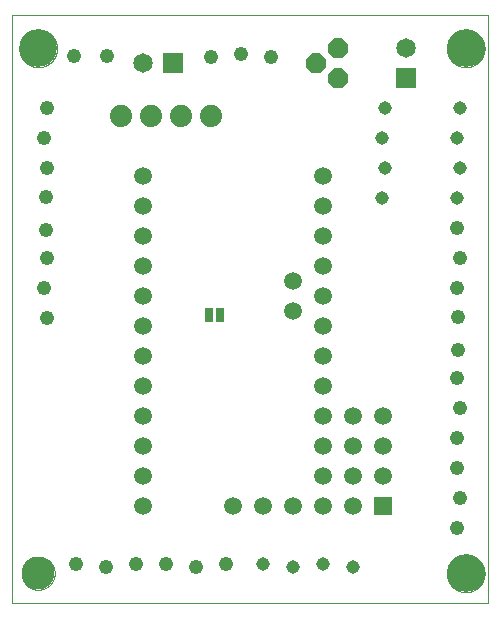
<source format=gts>
G75*
%MOIN*%
%OFA0B0*%
%FSLAX25Y25*%
%IPPOS*%
%LPD*%
%AMOC8*
5,1,8,0,0,1.08239X$1,22.5*
%
%ADD10C,0.00000*%
%ADD11C,0.11024*%
%ADD12C,0.12598*%
%ADD13R,0.06500X0.06500*%
%ADD14C,0.06500*%
%ADD15OC8,0.06600*%
%ADD16C,0.04800*%
%ADD17C,0.04507*%
%ADD18C,0.05906*%
%ADD19R,0.05906X0.05906*%
%ADD20C,0.07400*%
%ADD21R,0.02500X0.05000*%
D10*
X0073845Y0002513D02*
X0073845Y0198723D01*
X0073845Y0198724D02*
X0073840Y0198731D01*
X0073837Y0198739D01*
X0073837Y0198747D01*
X0073840Y0198755D01*
X0073845Y0198762D01*
X0073845Y0198763D02*
X0232507Y0198763D01*
X0232507Y0198762D02*
X0232517Y0198761D01*
X0232527Y0198757D01*
X0232535Y0198751D01*
X0232541Y0198743D01*
X0232545Y0198733D01*
X0232546Y0198723D01*
X0232546Y0002513D01*
X0232595Y0002513D01*
X0232596Y0002513D02*
X0232589Y0002519D01*
X0232580Y0002524D01*
X0232571Y0002525D01*
X0232562Y0002524D01*
X0232553Y0002519D01*
X0232546Y0002513D01*
X0073845Y0002513D01*
X0077083Y0012513D02*
X0077085Y0012661D01*
X0077091Y0012809D01*
X0077101Y0012957D01*
X0077115Y0013104D01*
X0077133Y0013251D01*
X0077154Y0013397D01*
X0077180Y0013543D01*
X0077210Y0013688D01*
X0077243Y0013832D01*
X0077281Y0013975D01*
X0077322Y0014117D01*
X0077367Y0014258D01*
X0077415Y0014398D01*
X0077468Y0014537D01*
X0077524Y0014674D01*
X0077584Y0014809D01*
X0077647Y0014943D01*
X0077714Y0015075D01*
X0077785Y0015205D01*
X0077859Y0015333D01*
X0077936Y0015459D01*
X0078017Y0015583D01*
X0078101Y0015705D01*
X0078188Y0015824D01*
X0078279Y0015941D01*
X0078373Y0016056D01*
X0078469Y0016168D01*
X0078569Y0016278D01*
X0078671Y0016384D01*
X0078777Y0016488D01*
X0078885Y0016589D01*
X0078996Y0016687D01*
X0079109Y0016783D01*
X0079225Y0016875D01*
X0079343Y0016964D01*
X0079464Y0017049D01*
X0079587Y0017132D01*
X0079712Y0017211D01*
X0079839Y0017287D01*
X0079968Y0017359D01*
X0080099Y0017428D01*
X0080232Y0017493D01*
X0080367Y0017554D01*
X0080503Y0017612D01*
X0080640Y0017667D01*
X0080779Y0017717D01*
X0080920Y0017764D01*
X0081061Y0017807D01*
X0081204Y0017847D01*
X0081348Y0017882D01*
X0081492Y0017914D01*
X0081638Y0017941D01*
X0081784Y0017965D01*
X0081931Y0017985D01*
X0082078Y0018001D01*
X0082225Y0018013D01*
X0082373Y0018021D01*
X0082521Y0018025D01*
X0082669Y0018025D01*
X0082817Y0018021D01*
X0082965Y0018013D01*
X0083112Y0018001D01*
X0083259Y0017985D01*
X0083406Y0017965D01*
X0083552Y0017941D01*
X0083698Y0017914D01*
X0083842Y0017882D01*
X0083986Y0017847D01*
X0084129Y0017807D01*
X0084270Y0017764D01*
X0084411Y0017717D01*
X0084550Y0017667D01*
X0084687Y0017612D01*
X0084823Y0017554D01*
X0084958Y0017493D01*
X0085091Y0017428D01*
X0085222Y0017359D01*
X0085351Y0017287D01*
X0085478Y0017211D01*
X0085603Y0017132D01*
X0085726Y0017049D01*
X0085847Y0016964D01*
X0085965Y0016875D01*
X0086081Y0016783D01*
X0086194Y0016687D01*
X0086305Y0016589D01*
X0086413Y0016488D01*
X0086519Y0016384D01*
X0086621Y0016278D01*
X0086721Y0016168D01*
X0086817Y0016056D01*
X0086911Y0015941D01*
X0087002Y0015824D01*
X0087089Y0015705D01*
X0087173Y0015583D01*
X0087254Y0015459D01*
X0087331Y0015333D01*
X0087405Y0015205D01*
X0087476Y0015075D01*
X0087543Y0014943D01*
X0087606Y0014809D01*
X0087666Y0014674D01*
X0087722Y0014537D01*
X0087775Y0014398D01*
X0087823Y0014258D01*
X0087868Y0014117D01*
X0087909Y0013975D01*
X0087947Y0013832D01*
X0087980Y0013688D01*
X0088010Y0013543D01*
X0088036Y0013397D01*
X0088057Y0013251D01*
X0088075Y0013104D01*
X0088089Y0012957D01*
X0088099Y0012809D01*
X0088105Y0012661D01*
X0088107Y0012513D01*
X0088105Y0012365D01*
X0088099Y0012217D01*
X0088089Y0012069D01*
X0088075Y0011922D01*
X0088057Y0011775D01*
X0088036Y0011629D01*
X0088010Y0011483D01*
X0087980Y0011338D01*
X0087947Y0011194D01*
X0087909Y0011051D01*
X0087868Y0010909D01*
X0087823Y0010768D01*
X0087775Y0010628D01*
X0087722Y0010489D01*
X0087666Y0010352D01*
X0087606Y0010217D01*
X0087543Y0010083D01*
X0087476Y0009951D01*
X0087405Y0009821D01*
X0087331Y0009693D01*
X0087254Y0009567D01*
X0087173Y0009443D01*
X0087089Y0009321D01*
X0087002Y0009202D01*
X0086911Y0009085D01*
X0086817Y0008970D01*
X0086721Y0008858D01*
X0086621Y0008748D01*
X0086519Y0008642D01*
X0086413Y0008538D01*
X0086305Y0008437D01*
X0086194Y0008339D01*
X0086081Y0008243D01*
X0085965Y0008151D01*
X0085847Y0008062D01*
X0085726Y0007977D01*
X0085603Y0007894D01*
X0085478Y0007815D01*
X0085351Y0007739D01*
X0085222Y0007667D01*
X0085091Y0007598D01*
X0084958Y0007533D01*
X0084823Y0007472D01*
X0084687Y0007414D01*
X0084550Y0007359D01*
X0084411Y0007309D01*
X0084270Y0007262D01*
X0084129Y0007219D01*
X0083986Y0007179D01*
X0083842Y0007144D01*
X0083698Y0007112D01*
X0083552Y0007085D01*
X0083406Y0007061D01*
X0083259Y0007041D01*
X0083112Y0007025D01*
X0082965Y0007013D01*
X0082817Y0007005D01*
X0082669Y0007001D01*
X0082521Y0007001D01*
X0082373Y0007005D01*
X0082225Y0007013D01*
X0082078Y0007025D01*
X0081931Y0007041D01*
X0081784Y0007061D01*
X0081638Y0007085D01*
X0081492Y0007112D01*
X0081348Y0007144D01*
X0081204Y0007179D01*
X0081061Y0007219D01*
X0080920Y0007262D01*
X0080779Y0007309D01*
X0080640Y0007359D01*
X0080503Y0007414D01*
X0080367Y0007472D01*
X0080232Y0007533D01*
X0080099Y0007598D01*
X0079968Y0007667D01*
X0079839Y0007739D01*
X0079712Y0007815D01*
X0079587Y0007894D01*
X0079464Y0007977D01*
X0079343Y0008062D01*
X0079225Y0008151D01*
X0079109Y0008243D01*
X0078996Y0008339D01*
X0078885Y0008437D01*
X0078777Y0008538D01*
X0078671Y0008642D01*
X0078569Y0008748D01*
X0078469Y0008858D01*
X0078373Y0008970D01*
X0078279Y0009085D01*
X0078188Y0009202D01*
X0078101Y0009321D01*
X0078017Y0009443D01*
X0077936Y0009567D01*
X0077859Y0009693D01*
X0077785Y0009821D01*
X0077714Y0009951D01*
X0077647Y0010083D01*
X0077584Y0010217D01*
X0077524Y0010352D01*
X0077468Y0010489D01*
X0077415Y0010628D01*
X0077367Y0010768D01*
X0077322Y0010909D01*
X0077281Y0011051D01*
X0077243Y0011194D01*
X0077210Y0011338D01*
X0077180Y0011483D01*
X0077154Y0011629D01*
X0077133Y0011775D01*
X0077115Y0011922D01*
X0077101Y0012069D01*
X0077091Y0012217D01*
X0077085Y0012365D01*
X0077083Y0012513D01*
X0218796Y0012513D02*
X0218798Y0012671D01*
X0218804Y0012829D01*
X0218814Y0012987D01*
X0218828Y0013145D01*
X0218846Y0013302D01*
X0218867Y0013459D01*
X0218893Y0013615D01*
X0218923Y0013771D01*
X0218956Y0013926D01*
X0218994Y0014079D01*
X0219035Y0014232D01*
X0219080Y0014384D01*
X0219129Y0014535D01*
X0219182Y0014684D01*
X0219238Y0014832D01*
X0219298Y0014978D01*
X0219362Y0015123D01*
X0219430Y0015266D01*
X0219501Y0015408D01*
X0219575Y0015548D01*
X0219653Y0015685D01*
X0219735Y0015821D01*
X0219819Y0015955D01*
X0219908Y0016086D01*
X0219999Y0016215D01*
X0220094Y0016342D01*
X0220191Y0016467D01*
X0220292Y0016589D01*
X0220396Y0016708D01*
X0220503Y0016825D01*
X0220613Y0016939D01*
X0220726Y0017050D01*
X0220841Y0017159D01*
X0220959Y0017264D01*
X0221080Y0017366D01*
X0221203Y0017466D01*
X0221329Y0017562D01*
X0221457Y0017655D01*
X0221587Y0017745D01*
X0221720Y0017831D01*
X0221855Y0017915D01*
X0221991Y0017994D01*
X0222130Y0018071D01*
X0222271Y0018143D01*
X0222413Y0018213D01*
X0222557Y0018278D01*
X0222703Y0018340D01*
X0222850Y0018398D01*
X0222999Y0018453D01*
X0223149Y0018504D01*
X0223300Y0018551D01*
X0223452Y0018594D01*
X0223605Y0018633D01*
X0223760Y0018669D01*
X0223915Y0018700D01*
X0224071Y0018728D01*
X0224227Y0018752D01*
X0224384Y0018772D01*
X0224542Y0018788D01*
X0224699Y0018800D01*
X0224858Y0018808D01*
X0225016Y0018812D01*
X0225174Y0018812D01*
X0225332Y0018808D01*
X0225491Y0018800D01*
X0225648Y0018788D01*
X0225806Y0018772D01*
X0225963Y0018752D01*
X0226119Y0018728D01*
X0226275Y0018700D01*
X0226430Y0018669D01*
X0226585Y0018633D01*
X0226738Y0018594D01*
X0226890Y0018551D01*
X0227041Y0018504D01*
X0227191Y0018453D01*
X0227340Y0018398D01*
X0227487Y0018340D01*
X0227633Y0018278D01*
X0227777Y0018213D01*
X0227919Y0018143D01*
X0228060Y0018071D01*
X0228199Y0017994D01*
X0228335Y0017915D01*
X0228470Y0017831D01*
X0228603Y0017745D01*
X0228733Y0017655D01*
X0228861Y0017562D01*
X0228987Y0017466D01*
X0229110Y0017366D01*
X0229231Y0017264D01*
X0229349Y0017159D01*
X0229464Y0017050D01*
X0229577Y0016939D01*
X0229687Y0016825D01*
X0229794Y0016708D01*
X0229898Y0016589D01*
X0229999Y0016467D01*
X0230096Y0016342D01*
X0230191Y0016215D01*
X0230282Y0016086D01*
X0230371Y0015955D01*
X0230455Y0015821D01*
X0230537Y0015685D01*
X0230615Y0015548D01*
X0230689Y0015408D01*
X0230760Y0015266D01*
X0230828Y0015123D01*
X0230892Y0014978D01*
X0230952Y0014832D01*
X0231008Y0014684D01*
X0231061Y0014535D01*
X0231110Y0014384D01*
X0231155Y0014232D01*
X0231196Y0014079D01*
X0231234Y0013926D01*
X0231267Y0013771D01*
X0231297Y0013615D01*
X0231323Y0013459D01*
X0231344Y0013302D01*
X0231362Y0013145D01*
X0231376Y0012987D01*
X0231386Y0012829D01*
X0231392Y0012671D01*
X0231394Y0012513D01*
X0231392Y0012355D01*
X0231386Y0012197D01*
X0231376Y0012039D01*
X0231362Y0011881D01*
X0231344Y0011724D01*
X0231323Y0011567D01*
X0231297Y0011411D01*
X0231267Y0011255D01*
X0231234Y0011100D01*
X0231196Y0010947D01*
X0231155Y0010794D01*
X0231110Y0010642D01*
X0231061Y0010491D01*
X0231008Y0010342D01*
X0230952Y0010194D01*
X0230892Y0010048D01*
X0230828Y0009903D01*
X0230760Y0009760D01*
X0230689Y0009618D01*
X0230615Y0009478D01*
X0230537Y0009341D01*
X0230455Y0009205D01*
X0230371Y0009071D01*
X0230282Y0008940D01*
X0230191Y0008811D01*
X0230096Y0008684D01*
X0229999Y0008559D01*
X0229898Y0008437D01*
X0229794Y0008318D01*
X0229687Y0008201D01*
X0229577Y0008087D01*
X0229464Y0007976D01*
X0229349Y0007867D01*
X0229231Y0007762D01*
X0229110Y0007660D01*
X0228987Y0007560D01*
X0228861Y0007464D01*
X0228733Y0007371D01*
X0228603Y0007281D01*
X0228470Y0007195D01*
X0228335Y0007111D01*
X0228199Y0007032D01*
X0228060Y0006955D01*
X0227919Y0006883D01*
X0227777Y0006813D01*
X0227633Y0006748D01*
X0227487Y0006686D01*
X0227340Y0006628D01*
X0227191Y0006573D01*
X0227041Y0006522D01*
X0226890Y0006475D01*
X0226738Y0006432D01*
X0226585Y0006393D01*
X0226430Y0006357D01*
X0226275Y0006326D01*
X0226119Y0006298D01*
X0225963Y0006274D01*
X0225806Y0006254D01*
X0225648Y0006238D01*
X0225491Y0006226D01*
X0225332Y0006218D01*
X0225174Y0006214D01*
X0225016Y0006214D01*
X0224858Y0006218D01*
X0224699Y0006226D01*
X0224542Y0006238D01*
X0224384Y0006254D01*
X0224227Y0006274D01*
X0224071Y0006298D01*
X0223915Y0006326D01*
X0223760Y0006357D01*
X0223605Y0006393D01*
X0223452Y0006432D01*
X0223300Y0006475D01*
X0223149Y0006522D01*
X0222999Y0006573D01*
X0222850Y0006628D01*
X0222703Y0006686D01*
X0222557Y0006748D01*
X0222413Y0006813D01*
X0222271Y0006883D01*
X0222130Y0006955D01*
X0221991Y0007032D01*
X0221855Y0007111D01*
X0221720Y0007195D01*
X0221587Y0007281D01*
X0221457Y0007371D01*
X0221329Y0007464D01*
X0221203Y0007560D01*
X0221080Y0007660D01*
X0220959Y0007762D01*
X0220841Y0007867D01*
X0220726Y0007976D01*
X0220613Y0008087D01*
X0220503Y0008201D01*
X0220396Y0008318D01*
X0220292Y0008437D01*
X0220191Y0008559D01*
X0220094Y0008684D01*
X0219999Y0008811D01*
X0219908Y0008940D01*
X0219819Y0009071D01*
X0219735Y0009205D01*
X0219653Y0009341D01*
X0219575Y0009478D01*
X0219501Y0009618D01*
X0219430Y0009760D01*
X0219362Y0009903D01*
X0219298Y0010048D01*
X0219238Y0010194D01*
X0219182Y0010342D01*
X0219129Y0010491D01*
X0219080Y0010642D01*
X0219035Y0010794D01*
X0218994Y0010947D01*
X0218956Y0011100D01*
X0218923Y0011255D01*
X0218893Y0011411D01*
X0218867Y0011567D01*
X0218846Y0011724D01*
X0218828Y0011881D01*
X0218814Y0012039D01*
X0218804Y0012197D01*
X0218798Y0012355D01*
X0218796Y0012513D01*
X0218796Y0187513D02*
X0218798Y0187671D01*
X0218804Y0187829D01*
X0218814Y0187987D01*
X0218828Y0188145D01*
X0218846Y0188302D01*
X0218867Y0188459D01*
X0218893Y0188615D01*
X0218923Y0188771D01*
X0218956Y0188926D01*
X0218994Y0189079D01*
X0219035Y0189232D01*
X0219080Y0189384D01*
X0219129Y0189535D01*
X0219182Y0189684D01*
X0219238Y0189832D01*
X0219298Y0189978D01*
X0219362Y0190123D01*
X0219430Y0190266D01*
X0219501Y0190408D01*
X0219575Y0190548D01*
X0219653Y0190685D01*
X0219735Y0190821D01*
X0219819Y0190955D01*
X0219908Y0191086D01*
X0219999Y0191215D01*
X0220094Y0191342D01*
X0220191Y0191467D01*
X0220292Y0191589D01*
X0220396Y0191708D01*
X0220503Y0191825D01*
X0220613Y0191939D01*
X0220726Y0192050D01*
X0220841Y0192159D01*
X0220959Y0192264D01*
X0221080Y0192366D01*
X0221203Y0192466D01*
X0221329Y0192562D01*
X0221457Y0192655D01*
X0221587Y0192745D01*
X0221720Y0192831D01*
X0221855Y0192915D01*
X0221991Y0192994D01*
X0222130Y0193071D01*
X0222271Y0193143D01*
X0222413Y0193213D01*
X0222557Y0193278D01*
X0222703Y0193340D01*
X0222850Y0193398D01*
X0222999Y0193453D01*
X0223149Y0193504D01*
X0223300Y0193551D01*
X0223452Y0193594D01*
X0223605Y0193633D01*
X0223760Y0193669D01*
X0223915Y0193700D01*
X0224071Y0193728D01*
X0224227Y0193752D01*
X0224384Y0193772D01*
X0224542Y0193788D01*
X0224699Y0193800D01*
X0224858Y0193808D01*
X0225016Y0193812D01*
X0225174Y0193812D01*
X0225332Y0193808D01*
X0225491Y0193800D01*
X0225648Y0193788D01*
X0225806Y0193772D01*
X0225963Y0193752D01*
X0226119Y0193728D01*
X0226275Y0193700D01*
X0226430Y0193669D01*
X0226585Y0193633D01*
X0226738Y0193594D01*
X0226890Y0193551D01*
X0227041Y0193504D01*
X0227191Y0193453D01*
X0227340Y0193398D01*
X0227487Y0193340D01*
X0227633Y0193278D01*
X0227777Y0193213D01*
X0227919Y0193143D01*
X0228060Y0193071D01*
X0228199Y0192994D01*
X0228335Y0192915D01*
X0228470Y0192831D01*
X0228603Y0192745D01*
X0228733Y0192655D01*
X0228861Y0192562D01*
X0228987Y0192466D01*
X0229110Y0192366D01*
X0229231Y0192264D01*
X0229349Y0192159D01*
X0229464Y0192050D01*
X0229577Y0191939D01*
X0229687Y0191825D01*
X0229794Y0191708D01*
X0229898Y0191589D01*
X0229999Y0191467D01*
X0230096Y0191342D01*
X0230191Y0191215D01*
X0230282Y0191086D01*
X0230371Y0190955D01*
X0230455Y0190821D01*
X0230537Y0190685D01*
X0230615Y0190548D01*
X0230689Y0190408D01*
X0230760Y0190266D01*
X0230828Y0190123D01*
X0230892Y0189978D01*
X0230952Y0189832D01*
X0231008Y0189684D01*
X0231061Y0189535D01*
X0231110Y0189384D01*
X0231155Y0189232D01*
X0231196Y0189079D01*
X0231234Y0188926D01*
X0231267Y0188771D01*
X0231297Y0188615D01*
X0231323Y0188459D01*
X0231344Y0188302D01*
X0231362Y0188145D01*
X0231376Y0187987D01*
X0231386Y0187829D01*
X0231392Y0187671D01*
X0231394Y0187513D01*
X0231392Y0187355D01*
X0231386Y0187197D01*
X0231376Y0187039D01*
X0231362Y0186881D01*
X0231344Y0186724D01*
X0231323Y0186567D01*
X0231297Y0186411D01*
X0231267Y0186255D01*
X0231234Y0186100D01*
X0231196Y0185947D01*
X0231155Y0185794D01*
X0231110Y0185642D01*
X0231061Y0185491D01*
X0231008Y0185342D01*
X0230952Y0185194D01*
X0230892Y0185048D01*
X0230828Y0184903D01*
X0230760Y0184760D01*
X0230689Y0184618D01*
X0230615Y0184478D01*
X0230537Y0184341D01*
X0230455Y0184205D01*
X0230371Y0184071D01*
X0230282Y0183940D01*
X0230191Y0183811D01*
X0230096Y0183684D01*
X0229999Y0183559D01*
X0229898Y0183437D01*
X0229794Y0183318D01*
X0229687Y0183201D01*
X0229577Y0183087D01*
X0229464Y0182976D01*
X0229349Y0182867D01*
X0229231Y0182762D01*
X0229110Y0182660D01*
X0228987Y0182560D01*
X0228861Y0182464D01*
X0228733Y0182371D01*
X0228603Y0182281D01*
X0228470Y0182195D01*
X0228335Y0182111D01*
X0228199Y0182032D01*
X0228060Y0181955D01*
X0227919Y0181883D01*
X0227777Y0181813D01*
X0227633Y0181748D01*
X0227487Y0181686D01*
X0227340Y0181628D01*
X0227191Y0181573D01*
X0227041Y0181522D01*
X0226890Y0181475D01*
X0226738Y0181432D01*
X0226585Y0181393D01*
X0226430Y0181357D01*
X0226275Y0181326D01*
X0226119Y0181298D01*
X0225963Y0181274D01*
X0225806Y0181254D01*
X0225648Y0181238D01*
X0225491Y0181226D01*
X0225332Y0181218D01*
X0225174Y0181214D01*
X0225016Y0181214D01*
X0224858Y0181218D01*
X0224699Y0181226D01*
X0224542Y0181238D01*
X0224384Y0181254D01*
X0224227Y0181274D01*
X0224071Y0181298D01*
X0223915Y0181326D01*
X0223760Y0181357D01*
X0223605Y0181393D01*
X0223452Y0181432D01*
X0223300Y0181475D01*
X0223149Y0181522D01*
X0222999Y0181573D01*
X0222850Y0181628D01*
X0222703Y0181686D01*
X0222557Y0181748D01*
X0222413Y0181813D01*
X0222271Y0181883D01*
X0222130Y0181955D01*
X0221991Y0182032D01*
X0221855Y0182111D01*
X0221720Y0182195D01*
X0221587Y0182281D01*
X0221457Y0182371D01*
X0221329Y0182464D01*
X0221203Y0182560D01*
X0221080Y0182660D01*
X0220959Y0182762D01*
X0220841Y0182867D01*
X0220726Y0182976D01*
X0220613Y0183087D01*
X0220503Y0183201D01*
X0220396Y0183318D01*
X0220292Y0183437D01*
X0220191Y0183559D01*
X0220094Y0183684D01*
X0219999Y0183811D01*
X0219908Y0183940D01*
X0219819Y0184071D01*
X0219735Y0184205D01*
X0219653Y0184341D01*
X0219575Y0184478D01*
X0219501Y0184618D01*
X0219430Y0184760D01*
X0219362Y0184903D01*
X0219298Y0185048D01*
X0219238Y0185194D01*
X0219182Y0185342D01*
X0219129Y0185491D01*
X0219080Y0185642D01*
X0219035Y0185794D01*
X0218994Y0185947D01*
X0218956Y0186100D01*
X0218923Y0186255D01*
X0218893Y0186411D01*
X0218867Y0186567D01*
X0218846Y0186724D01*
X0218828Y0186881D01*
X0218814Y0187039D01*
X0218804Y0187197D01*
X0218798Y0187355D01*
X0218796Y0187513D01*
X0076296Y0187513D02*
X0076298Y0187671D01*
X0076304Y0187829D01*
X0076314Y0187987D01*
X0076328Y0188145D01*
X0076346Y0188302D01*
X0076367Y0188459D01*
X0076393Y0188615D01*
X0076423Y0188771D01*
X0076456Y0188926D01*
X0076494Y0189079D01*
X0076535Y0189232D01*
X0076580Y0189384D01*
X0076629Y0189535D01*
X0076682Y0189684D01*
X0076738Y0189832D01*
X0076798Y0189978D01*
X0076862Y0190123D01*
X0076930Y0190266D01*
X0077001Y0190408D01*
X0077075Y0190548D01*
X0077153Y0190685D01*
X0077235Y0190821D01*
X0077319Y0190955D01*
X0077408Y0191086D01*
X0077499Y0191215D01*
X0077594Y0191342D01*
X0077691Y0191467D01*
X0077792Y0191589D01*
X0077896Y0191708D01*
X0078003Y0191825D01*
X0078113Y0191939D01*
X0078226Y0192050D01*
X0078341Y0192159D01*
X0078459Y0192264D01*
X0078580Y0192366D01*
X0078703Y0192466D01*
X0078829Y0192562D01*
X0078957Y0192655D01*
X0079087Y0192745D01*
X0079220Y0192831D01*
X0079355Y0192915D01*
X0079491Y0192994D01*
X0079630Y0193071D01*
X0079771Y0193143D01*
X0079913Y0193213D01*
X0080057Y0193278D01*
X0080203Y0193340D01*
X0080350Y0193398D01*
X0080499Y0193453D01*
X0080649Y0193504D01*
X0080800Y0193551D01*
X0080952Y0193594D01*
X0081105Y0193633D01*
X0081260Y0193669D01*
X0081415Y0193700D01*
X0081571Y0193728D01*
X0081727Y0193752D01*
X0081884Y0193772D01*
X0082042Y0193788D01*
X0082199Y0193800D01*
X0082358Y0193808D01*
X0082516Y0193812D01*
X0082674Y0193812D01*
X0082832Y0193808D01*
X0082991Y0193800D01*
X0083148Y0193788D01*
X0083306Y0193772D01*
X0083463Y0193752D01*
X0083619Y0193728D01*
X0083775Y0193700D01*
X0083930Y0193669D01*
X0084085Y0193633D01*
X0084238Y0193594D01*
X0084390Y0193551D01*
X0084541Y0193504D01*
X0084691Y0193453D01*
X0084840Y0193398D01*
X0084987Y0193340D01*
X0085133Y0193278D01*
X0085277Y0193213D01*
X0085419Y0193143D01*
X0085560Y0193071D01*
X0085699Y0192994D01*
X0085835Y0192915D01*
X0085970Y0192831D01*
X0086103Y0192745D01*
X0086233Y0192655D01*
X0086361Y0192562D01*
X0086487Y0192466D01*
X0086610Y0192366D01*
X0086731Y0192264D01*
X0086849Y0192159D01*
X0086964Y0192050D01*
X0087077Y0191939D01*
X0087187Y0191825D01*
X0087294Y0191708D01*
X0087398Y0191589D01*
X0087499Y0191467D01*
X0087596Y0191342D01*
X0087691Y0191215D01*
X0087782Y0191086D01*
X0087871Y0190955D01*
X0087955Y0190821D01*
X0088037Y0190685D01*
X0088115Y0190548D01*
X0088189Y0190408D01*
X0088260Y0190266D01*
X0088328Y0190123D01*
X0088392Y0189978D01*
X0088452Y0189832D01*
X0088508Y0189684D01*
X0088561Y0189535D01*
X0088610Y0189384D01*
X0088655Y0189232D01*
X0088696Y0189079D01*
X0088734Y0188926D01*
X0088767Y0188771D01*
X0088797Y0188615D01*
X0088823Y0188459D01*
X0088844Y0188302D01*
X0088862Y0188145D01*
X0088876Y0187987D01*
X0088886Y0187829D01*
X0088892Y0187671D01*
X0088894Y0187513D01*
X0088892Y0187355D01*
X0088886Y0187197D01*
X0088876Y0187039D01*
X0088862Y0186881D01*
X0088844Y0186724D01*
X0088823Y0186567D01*
X0088797Y0186411D01*
X0088767Y0186255D01*
X0088734Y0186100D01*
X0088696Y0185947D01*
X0088655Y0185794D01*
X0088610Y0185642D01*
X0088561Y0185491D01*
X0088508Y0185342D01*
X0088452Y0185194D01*
X0088392Y0185048D01*
X0088328Y0184903D01*
X0088260Y0184760D01*
X0088189Y0184618D01*
X0088115Y0184478D01*
X0088037Y0184341D01*
X0087955Y0184205D01*
X0087871Y0184071D01*
X0087782Y0183940D01*
X0087691Y0183811D01*
X0087596Y0183684D01*
X0087499Y0183559D01*
X0087398Y0183437D01*
X0087294Y0183318D01*
X0087187Y0183201D01*
X0087077Y0183087D01*
X0086964Y0182976D01*
X0086849Y0182867D01*
X0086731Y0182762D01*
X0086610Y0182660D01*
X0086487Y0182560D01*
X0086361Y0182464D01*
X0086233Y0182371D01*
X0086103Y0182281D01*
X0085970Y0182195D01*
X0085835Y0182111D01*
X0085699Y0182032D01*
X0085560Y0181955D01*
X0085419Y0181883D01*
X0085277Y0181813D01*
X0085133Y0181748D01*
X0084987Y0181686D01*
X0084840Y0181628D01*
X0084691Y0181573D01*
X0084541Y0181522D01*
X0084390Y0181475D01*
X0084238Y0181432D01*
X0084085Y0181393D01*
X0083930Y0181357D01*
X0083775Y0181326D01*
X0083619Y0181298D01*
X0083463Y0181274D01*
X0083306Y0181254D01*
X0083148Y0181238D01*
X0082991Y0181226D01*
X0082832Y0181218D01*
X0082674Y0181214D01*
X0082516Y0181214D01*
X0082358Y0181218D01*
X0082199Y0181226D01*
X0082042Y0181238D01*
X0081884Y0181254D01*
X0081727Y0181274D01*
X0081571Y0181298D01*
X0081415Y0181326D01*
X0081260Y0181357D01*
X0081105Y0181393D01*
X0080952Y0181432D01*
X0080800Y0181475D01*
X0080649Y0181522D01*
X0080499Y0181573D01*
X0080350Y0181628D01*
X0080203Y0181686D01*
X0080057Y0181748D01*
X0079913Y0181813D01*
X0079771Y0181883D01*
X0079630Y0181955D01*
X0079491Y0182032D01*
X0079355Y0182111D01*
X0079220Y0182195D01*
X0079087Y0182281D01*
X0078957Y0182371D01*
X0078829Y0182464D01*
X0078703Y0182560D01*
X0078580Y0182660D01*
X0078459Y0182762D01*
X0078341Y0182867D01*
X0078226Y0182976D01*
X0078113Y0183087D01*
X0078003Y0183201D01*
X0077896Y0183318D01*
X0077792Y0183437D01*
X0077691Y0183559D01*
X0077594Y0183684D01*
X0077499Y0183811D01*
X0077408Y0183940D01*
X0077319Y0184071D01*
X0077235Y0184205D01*
X0077153Y0184341D01*
X0077075Y0184478D01*
X0077001Y0184618D01*
X0076930Y0184760D01*
X0076862Y0184903D01*
X0076798Y0185048D01*
X0076738Y0185194D01*
X0076682Y0185342D01*
X0076629Y0185491D01*
X0076580Y0185642D01*
X0076535Y0185794D01*
X0076494Y0185947D01*
X0076456Y0186100D01*
X0076423Y0186255D01*
X0076393Y0186411D01*
X0076367Y0186567D01*
X0076346Y0186724D01*
X0076328Y0186881D01*
X0076314Y0187039D01*
X0076304Y0187197D01*
X0076298Y0187355D01*
X0076296Y0187513D01*
D11*
X0082595Y0012513D03*
D12*
X0225095Y0012513D03*
X0225095Y0187513D03*
X0082595Y0187513D03*
D13*
X0127595Y0182513D03*
X0205095Y0177513D03*
D14*
X0205095Y0187513D03*
X0117595Y0182513D03*
D15*
X0175095Y0182513D03*
X0182595Y0187513D03*
X0182595Y0177513D03*
D16*
X0160095Y0184513D03*
X0150095Y0185513D03*
X0140095Y0184513D03*
X0105595Y0185013D03*
X0094595Y0185013D03*
X0085595Y0167513D03*
X0084595Y0157513D03*
X0085595Y0147513D03*
X0085095Y0138013D03*
X0085095Y0127013D03*
X0085595Y0117513D03*
X0084595Y0107513D03*
X0085595Y0097513D03*
X0095095Y0015513D03*
X0105095Y0014513D03*
X0115095Y0015513D03*
X0125095Y0015513D03*
X0135095Y0014513D03*
X0145095Y0015513D03*
X0222095Y0027513D03*
X0223095Y0037513D03*
X0222095Y0047513D03*
X0222095Y0057513D03*
X0223095Y0067513D03*
X0222095Y0077513D03*
X0222595Y0087013D03*
X0222595Y0098013D03*
X0222095Y0107513D03*
X0223095Y0117513D03*
X0222095Y0127513D03*
D17*
X0222095Y0137513D03*
X0223095Y0147513D03*
X0222095Y0157513D03*
X0223095Y0167513D03*
X0198095Y0167513D03*
X0197095Y0157513D03*
X0198095Y0147513D03*
X0197095Y0137513D03*
X0177595Y0015513D03*
X0167595Y0014513D03*
X0157595Y0015513D03*
X0187595Y0014513D03*
D18*
X0187595Y0035013D03*
X0187595Y0045013D03*
X0187595Y0055013D03*
X0187595Y0065013D03*
X0177595Y0065013D03*
X0177595Y0075013D03*
X0177595Y0085013D03*
X0177595Y0095013D03*
X0177595Y0105013D03*
X0167595Y0110013D03*
X0177595Y0115013D03*
X0177595Y0125013D03*
X0177595Y0135013D03*
X0177595Y0145013D03*
X0167595Y0100013D03*
X0197595Y0065013D03*
X0197595Y0055013D03*
X0197595Y0045013D03*
X0177595Y0045013D03*
X0177595Y0055013D03*
X0177595Y0035013D03*
X0167595Y0035013D03*
X0157595Y0035013D03*
X0147595Y0035013D03*
X0117595Y0035013D03*
X0117595Y0045013D03*
X0117595Y0055013D03*
X0117595Y0065013D03*
X0117595Y0075013D03*
X0117595Y0085013D03*
X0117595Y0095013D03*
X0117595Y0105013D03*
X0117595Y0115013D03*
X0117595Y0125013D03*
X0117595Y0135013D03*
X0117595Y0145013D03*
D19*
X0197595Y0035013D03*
D20*
X0140095Y0165013D03*
X0130095Y0165013D03*
X0120095Y0165013D03*
X0110095Y0165013D03*
D21*
X0139573Y0098763D03*
X0143117Y0098763D03*
M02*

</source>
